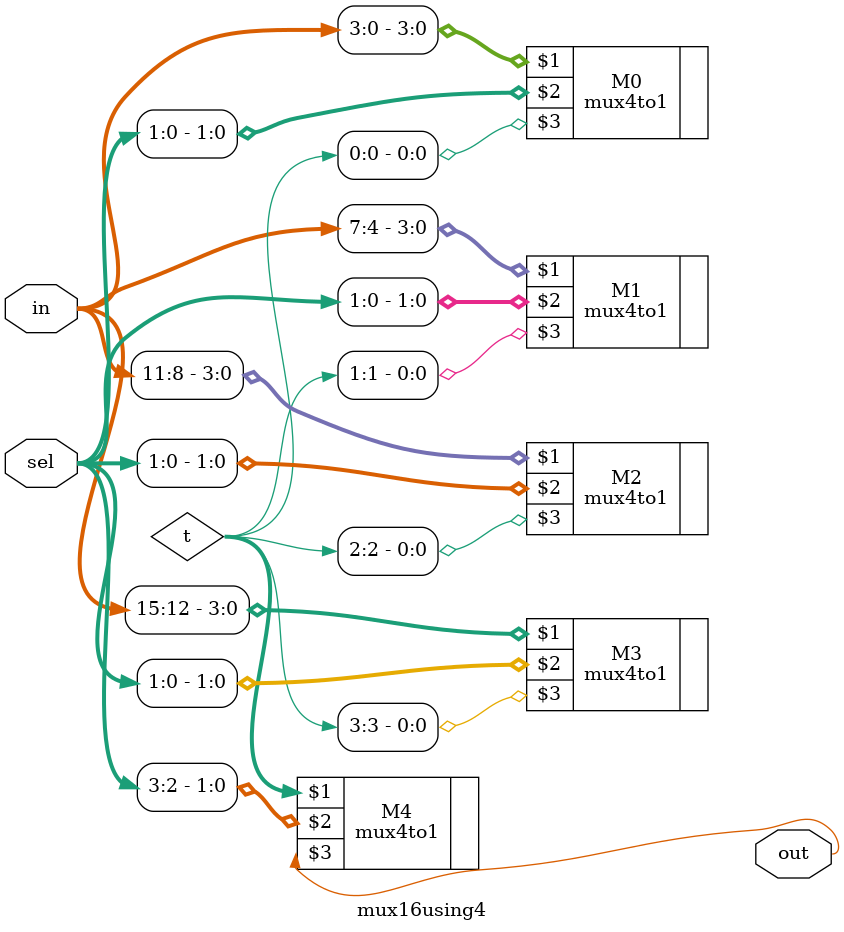
<source format=v>
`timescale 1ns / 1ps

module mux16using4(
    in,sel,out
    );
    
    input[15:0]in;
    input[3:0]sel;
    output out;
    wire [3:0]t;
    
        mux4to1 M0(in[3:0],sel[1:0],t[0]);
        mux4to1 M1(in[7:4],sel[1:0],t[1]);
        mux4to1 M2(in[11:8],sel[1:0],t[2]);
        mux4to1 M3(in[15:12],sel[1:0],t[3]);
        mux4to1 M4(t,sel[3:2],out);
endmodule

</source>
